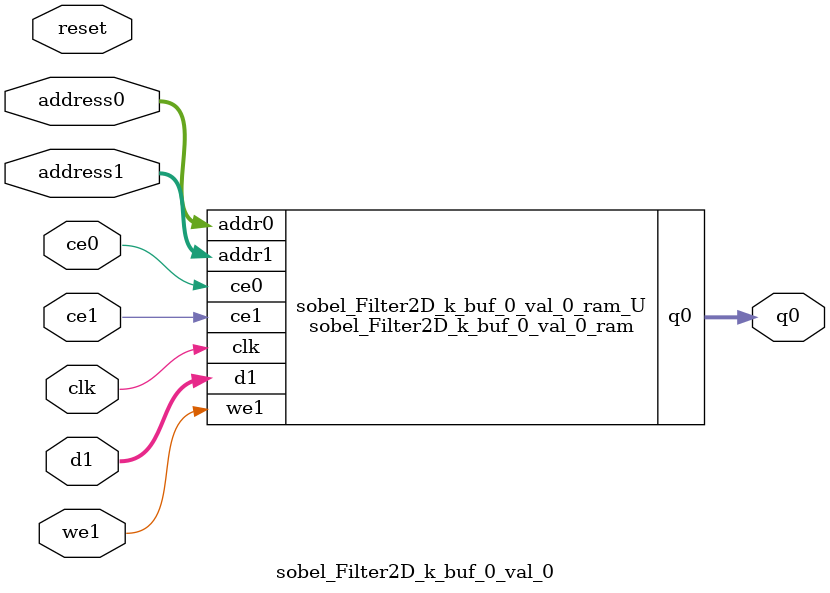
<source format=v>

`timescale 1 ns / 1 ps
module sobel_Filter2D_k_buf_0_val_0_ram (addr0, ce0, q0, addr1, ce1, d1, we1,  clk);

parameter DWIDTH = 8;
parameter AWIDTH = 11;
parameter MEM_SIZE = 1280;

input[AWIDTH-1:0] addr0;
input ce0;
output reg[DWIDTH-1:0] q0;
input[AWIDTH-1:0] addr1;
input ce1;
input[DWIDTH-1:0] d1;
input we1;
input clk;

(* ram_style = "block" *)reg [DWIDTH-1:0] ram[MEM_SIZE-1:0];




always @(posedge clk)  
begin 
    if (ce0) 
    begin
            q0 <= ram[addr0];
    end
end


always @(posedge clk)  
begin 
    if (ce1) 
    begin
        if (we1) 
        begin 
            ram[addr1] <= d1; 
        end 
    end
end


endmodule


`timescale 1 ns / 1 ps
module sobel_Filter2D_k_buf_0_val_0(
    reset,
    clk,
    address0,
    ce0,
    q0,
    address1,
    ce1,
    we1,
    d1);

parameter DataWidth = 32'd8;
parameter AddressRange = 32'd1280;
parameter AddressWidth = 32'd11;
input reset;
input clk;
input[AddressWidth - 1:0] address0;
input ce0;
output[DataWidth - 1:0] q0;
input[AddressWidth - 1:0] address1;
input ce1;
input we1;
input[DataWidth - 1:0] d1;



sobel_Filter2D_k_buf_0_val_0_ram sobel_Filter2D_k_buf_0_val_0_ram_U(
    .clk( clk ),
    .addr0( address0 ),
    .ce0( ce0 ),
    .q0( q0 ),
    .addr1( address1 ),
    .ce1( ce1 ),
    .d1( d1 ),
    .we1( we1 ));

endmodule


</source>
